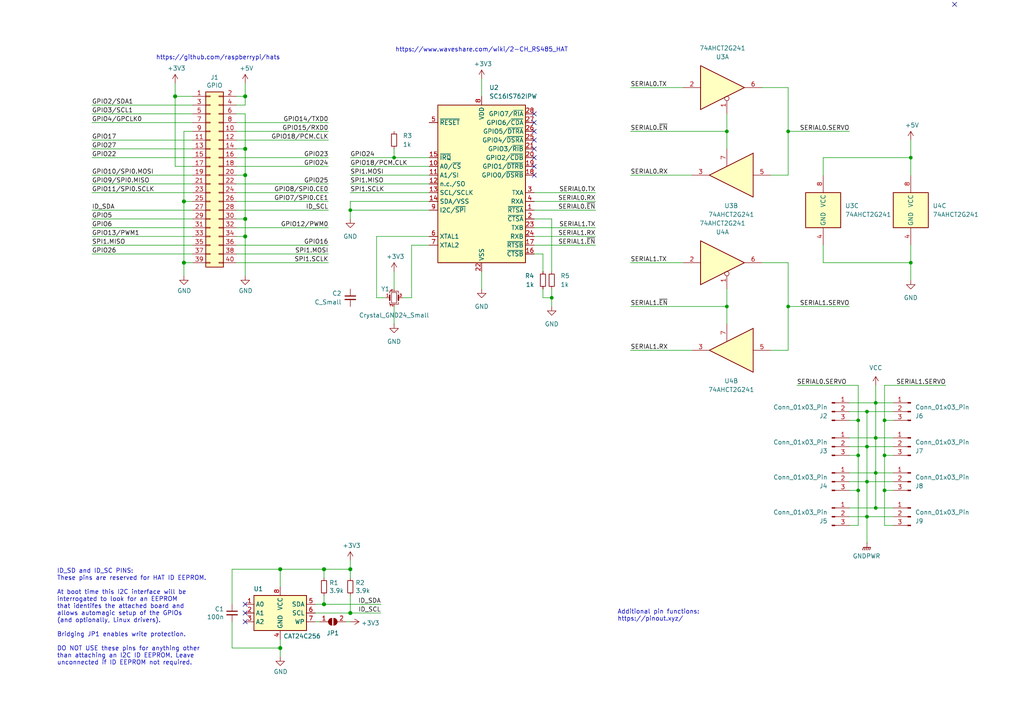
<source format=kicad_sch>
(kicad_sch (version 20250114) (generator "eeschema") (generator_version "9.0")
  (paper "A4")
  (title_block (date "15 nov 2012"))
  (lib_symbols
    (symbol "74xGxx:74AUC2G241"
      (property "Reference" "U" (at -2.54 3.81 0))
      (property "Value" "74AUC2G241" (at 0 -3.81 0))
      (symbol "74AUC2G241_1_1"
        (polyline (pts (xy -7.62 6.35) (xy -7.62 -6.35) (xy 5.08 0) (xy -7.62 6.35)) (stroke (width 0.254)) (fill (type background)))
        (pin input line (at -12.7 0 0) (length 5.08) (name "~") (number "2"))
        (pin input inverted (at 0 7.62 270) (length 5.08) (name "~") (number "1"))
        (pin tri_state line (at 10.16 0 180) (length 5.08) (name "~") (number "6"))
      )
      (symbol "74AUC2G241_2_1"
        (polyline (pts (xy -7.62 6.35) (xy -7.62 -6.35) (xy 5.08 0) (xy -7.62 6.35)) (stroke (width 0.254)) (fill (type background)))
        (pin input line (at -12.7 0 0) (length 5.08) (name "~") (number "5"))
        (pin input line (at 0 7.62 270) (length 5.08) (name "~") (number "7"))
        (pin tri_state line (at 10.16 0 180) (length 5.08) (name "~") (number "3"))
      )
      (symbol "74AUC2G241_3_0"
        (rectangle (start -5.08 -5.08) (end 5.08 5.08) (stroke (width 0.254)) (fill (type background)))
      )
      (symbol "74AUC2G241_3_1"
        (pin power_in line (at 0 10.16 270) (length 5.08) (name "VCC") (number "8"))
        (pin power_in line (at 0 -10.16 90) (length 5.08) (name "GND") (number "4"))
      )
    )
    (symbol "Connector:Conn_01x03_Pin" (pin_names (offset 1.016) (hide yes))
      (property "Reference" "J" (at 0 5.08 0))
      (property "Value" "Conn_01x03_Pin" (at 0 -5.08 0))
      (symbol "Conn_01x03_Pin_1_1"
        (rectangle (start 0.8636 2.667) (end 0 2.413) (stroke (width 0.1524)) (fill (type outline)))
        (rectangle (start 0.8636 0.127) (end 0 -0.127) (stroke (width 0.1524)) (fill (type outline)))
        (rectangle (start 0.8636 -2.413) (end 0 -2.667) (stroke (width 0.1524)) (fill (type outline)))
        (polyline (pts (xy 1.27 2.54) (xy 0.8636 2.54)) (stroke (width 0.1524)))
        (polyline (pts (xy 1.27 0) (xy 0.8636 0)) (stroke (width 0.1524)))
        (polyline (pts (xy 1.27 -2.54) (xy 0.8636 -2.54)) (stroke (width 0.1524)))
        (pin passive line (at 5.08 2.54 180) (length 3.81) (name "Pin_1") (number "1"))
        (pin passive line (at 5.08 0 180) (length 3.81) (name "Pin_2") (number "2"))
        (pin passive line (at 5.08 -2.54 180) (length 3.81) (name "Pin_3") (number "3"))
      )
    )
    (symbol "Connector_Generic:Conn_02x20_Odd_Even" (pin_names (offset 1.016) (hide yes))
      (property "Reference" "J" (at 1.27 25.4 0))
      (property "Value" "Conn_02x20_Odd_Even" (at 1.27 -27.94 0))
      (symbol "Conn_02x20_Odd_Even_1_1"
        (rectangle (start -1.27 24.13) (end 3.81 -26.67) (stroke (width 0.254)) (fill (type background)))
        (rectangle (start -1.27 22.987) (end 0 22.733) (stroke (width 0.1524)))
        (rectangle (start -1.27 20.447) (end 0 20.193) (stroke (width 0.1524)))
        (rectangle (start -1.27 17.907) (end 0 17.653) (stroke (width 0.1524)))
        (rectangle (start -1.27 15.367) (end 0 15.113) (stroke (width 0.1524)))
        (rectangle (start -1.27 12.827) (end 0 12.573) (stroke (width 0.1524)))
        (rectangle (start -1.27 10.287) (end 0 10.033) (stroke (width 0.1524)))
        (rectangle (start -1.27 7.747) (end 0 7.493) (stroke (width 0.1524)))
        (rectangle (start -1.27 5.207) (end 0 4.953) (stroke (width 0.1524)))
        (rectangle (start -1.27 2.667) (end 0 2.413) (stroke (width 0.1524)))
        (rectangle (start -1.27 0.127) (end 0 -0.127) (stroke (width 0.1524)))
        (rectangle (start -1.27 -2.413) (end 0 -2.667) (stroke (width 0.1524)))
        (rectangle (start -1.27 -4.953) (end 0 -5.207) (stroke (width 0.1524)))
        (rectangle (start -1.27 -7.493) (end 0 -7.747) (stroke (width 0.1524)))
        (rectangle (start -1.27 -10.033) (end 0 -10.287) (stroke (width 0.1524)))
        (rectangle (start -1.27 -12.573) (end 0 -12.827) (stroke (width 0.1524)))
        (rectangle (start -1.27 -15.113) (end 0 -15.367) (stroke (width 0.1524)))
        (rectangle (start -1.27 -17.653) (end 0 -17.907) (stroke (width 0.1524)))
        (rectangle (start -1.27 -20.193) (end 0 -20.447) (stroke (width 0.1524)))
        (rectangle (start -1.27 -22.733) (end 0 -22.987) (stroke (width 0.1524)))
        (rectangle (start -1.27 -25.273) (end 0 -25.527) (stroke (width 0.1524)))
        (rectangle (start 3.81 22.987) (end 2.54 22.733) (stroke (width 0.1524)))
        (rectangle (start 3.81 20.447) (end 2.54 20.193) (stroke (width 0.1524)))
        (rectangle (start 3.81 17.907) (end 2.54 17.653) (stroke (width 0.1524)))
        (rectangle (start 3.81 15.367) (end 2.54 15.113) (stroke (width 0.1524)))
        (rectangle (start 3.81 12.827) (end 2.54 12.573) (stroke (width 0.1524)))
        (rectangle (start 3.81 10.287) (end 2.54 10.033) (stroke (width 0.1524)))
        (rectangle (start 3.81 7.747) (end 2.54 7.493) (stroke (width 0.1524)))
        (rectangle (start 3.81 5.207) (end 2.54 4.953) (stroke (width 0.1524)))
        (rectangle (start 3.81 2.667) (end 2.54 2.413) (stroke (width 0.1524)))
        (rectangle (start 3.81 0.127) (end 2.54 -0.127) (stroke (width 0.1524)))
        (rectangle (start 3.81 -2.413) (end 2.54 -2.667) (stroke (width 0.1524)))
        (rectangle (start 3.81 -4.953) (end 2.54 -5.207) (stroke (width 0.1524)))
        (rectangle (start 3.81 -7.493) (end 2.54 -7.747) (stroke (width 0.1524)))
        (rectangle (start 3.81 -10.033) (end 2.54 -10.287) (stroke (width 0.1524)))
        (rectangle (start 3.81 -12.573) (end 2.54 -12.827) (stroke (width 0.1524)))
        (rectangle (start 3.81 -15.113) (end 2.54 -15.367) (stroke (width 0.1524)))
        (rectangle (start 3.81 -17.653) (end 2.54 -17.907) (stroke (width 0.1524)))
        (rectangle (start 3.81 -20.193) (end 2.54 -20.447) (stroke (width 0.1524)))
        (rectangle (start 3.81 -22.733) (end 2.54 -22.987) (stroke (width 0.1524)))
        (rectangle (start 3.81 -25.273) (end 2.54 -25.527) (stroke (width 0.1524)))
        (pin passive line (at -5.08 22.86 0) (length 3.81) (name "Pin_1") (number "1"))
        (pin passive line (at -5.08 20.32 0) (length 3.81) (name "Pin_3") (number "3"))
        (pin passive line (at -5.08 17.78 0) (length 3.81) (name "Pin_5") (number "5"))
        (pin passive line (at -5.08 15.24 0) (length 3.81) (name "Pin_7") (number "7"))
        (pin passive line (at -5.08 12.7 0) (length 3.81) (name "Pin_9") (number "9"))
        (pin passive line (at -5.08 10.16 0) (length 3.81) (name "Pin_11") (number "11"))
        (pin passive line (at -5.08 7.62 0) (length 3.81) (name "Pin_13") (number "13"))
        (pin passive line (at -5.08 5.08 0) (length 3.81) (name "Pin_15") (number "15"))
        (pin passive line (at -5.08 2.54 0) (length 3.81) (name "Pin_17") (number "17"))
        (pin passive line (at -5.08 0 0) (length 3.81) (name "Pin_19") (number "19"))
        (pin passive line (at -5.08 -2.54 0) (length 3.81) (name "Pin_21") (number "21"))
        (pin passive line (at -5.08 -5.08 0) (length 3.81) (name "Pin_23") (number "23"))
        (pin passive line (at -5.08 -7.62 0) (length 3.81) (name "Pin_25") (number "25"))
        (pin passive line (at -5.08 -10.16 0) (length 3.81) (name "Pin_27") (number "27"))
        (pin passive line (at -5.08 -12.7 0) (length 3.81) (name "Pin_29") (number "29"))
        (pin passive line (at -5.08 -15.24 0) (length 3.81) (name "Pin_31") (number "31"))
        (pin passive line (at -5.08 -17.78 0) (length 3.81) (name "Pin_33") (number "33"))
        (pin passive line (at -5.08 -20.32 0) (length 3.81) (name "Pin_35") (number "35"))
        (pin passive line (at -5.08 -22.86 0) (length 3.81) (name "Pin_37") (number "37"))
        (pin passive line (at -5.08 -25.4 0) (length 3.81) (name "Pin_39") (number "39"))
        (pin passive line (at 7.62 22.86 180) (length 3.81) (name "Pin_2") (number "2"))
        (pin passive line (at 7.62 20.32 180) (length 3.81) (name "Pin_4") (number "4"))
        (pin passive line (at 7.62 17.78 180) (length 3.81) (name "Pin_6") (number "6"))
        (pin passive line (at 7.62 15.24 180) (length 3.81) (name "Pin_8") (number "8"))
        (pin passive line (at 7.62 12.7 180) (length 3.81) (name "Pin_10") (number "10"))
        (pin passive line (at 7.62 10.16 180) (length 3.81) (name "Pin_12") (number "12"))
        (pin passive line (at 7.62 7.62 180) (length 3.81) (name "Pin_14") (number "14"))
        (pin passive line (at 7.62 5.08 180) (length 3.81) (name "Pin_16") (number "16"))
        (pin passive line (at 7.62 2.54 180) (length 3.81) (name "Pin_18") (number "18"))
        (pin passive line (at 7.62 0 180) (length 3.81) (name "Pin_20") (number "20"))
        (pin passive line (at 7.62 -2.54 180) (length 3.81) (name "Pin_22") (number "22"))
        (pin passive line (at 7.62 -5.08 180) (length 3.81) (name "Pin_24") (number "24"))
        (pin passive line (at 7.62 -7.62 180) (length 3.81) (name "Pin_26") (number "26"))
        (pin passive line (at 7.62 -10.16 180) (length 3.81) (name "Pin_28") (number "28"))
        (pin passive line (at 7.62 -12.7 180) (length 3.81) (name "Pin_30") (number "30"))
        (pin passive line (at 7.62 -15.24 180) (length 3.81) (name "Pin_32") (number "32"))
        (pin passive line (at 7.62 -17.78 180) (length 3.81) (name "Pin_34") (number "34"))
        (pin passive line (at 7.62 -20.32 180) (length 3.81) (name "Pin_36") (number "36"))
        (pin passive line (at 7.62 -22.86 180) (length 3.81) (name "Pin_38") (number "38"))
        (pin passive line (at 7.62 -25.4 180) (length 3.81) (name "Pin_40") (number "40"))
      )
    )
    (symbol "Device:C_Small" (pin_numbers (hide yes)) (pin_names (offset 0.254) (hide yes))
      (property "Reference" "C" (at 0.254 1.778 0))
      (property "Value" "C_Small" (at 0.254 -2.032 0))
      (symbol "C_Small_0_1"
        (polyline (pts (xy -1.524 0.508) (xy 1.524 0.508)) (stroke (width 0.3048)))
        (polyline (pts (xy -1.524 -0.508) (xy 1.524 -0.508)) (stroke (width 0.3302)))
      )
      (symbol "C_Small_1_1"
        (pin passive line (at 0 2.54 270) (length 2.032) (name "~") (number "1"))
        (pin passive line (at 0 -2.54 90) (length 2.032) (name "~") (number "2"))
      )
    )
    (symbol "Device:Crystal_GND24_Small" (pin_names (offset 1.016) (hide yes))
      (property "Reference" "Y" (at 1.27 4.445 0))
      (property "Value" "Crystal_GND24_Small" (at 1.27 2.54 0))
      (symbol "Crystal_GND24_Small_0_1"
        (polyline (pts (xy -1.27 1.27) (xy -1.27 1.905) (xy 1.27 1.905) (xy 1.27 1.27)))
        (polyline (pts (xy -1.27 -0.762) (xy -1.27 0.762)) (stroke (width 0.381)))
        (polyline (pts (xy -1.27 -1.27) (xy -1.27 -1.905) (xy 1.27 -1.905) (xy 1.27 -1.27)))
        (rectangle (start -0.762 -1.524) (end 0.762 1.524))
        (polyline (pts (xy 1.27 -0.762) (xy 1.27 0.762)) (stroke (width 0.381)))
      )
      (symbol "Crystal_GND24_Small_1_1"
        (pin passive line (at -2.54 0 0) (length 1.27) (name "1") (number "1"))
        (pin passive line (at 0 2.54 270) (length 0.635) (name "4") (number "4"))
        (pin passive line (at 0 -2.54 90) (length 0.635) (name "2") (number "2"))
        (pin passive line (at 2.54 0 180) (length 1.27) (name "3") (number "3"))
      )
    )
    (symbol "Device:R_Small" (pin_numbers (hide yes)) (pin_names (offset 0.254) (hide yes))
      (property "Reference" "R" (at 0.762 0.508 0))
      (property "Value" "R_Small" (at 0.762 -1.016 0))
      (symbol "R_Small_0_1"
        (rectangle (start -0.762 1.778) (end 0.762 -1.778) (stroke (width 0.2032)))
      )
      (symbol "R_Small_1_1"
        (pin passive line (at 0 2.54 270) (length 0.762) (name "~") (number "1"))
        (pin passive line (at 0 -2.54 90) (length 0.762) (name "~") (number "2"))
      )
    )
    (symbol "GND_1" (power) (pin_numbers (hide yes)) (pin_names (offset 0) (hide yes))
      (property "Value" "GND" (at 0 -3.81 0))
      (symbol "GND_1_0_1"
        (polyline (pts (xy 0 0) (xy 0 -1.27) (xy 1.27 -1.27) (xy 0 -2.54) (xy -1.27 -1.27) (xy 0 -1.27)))
      )
      (symbol "GND_1_1_1"
        (pin power_in line (at 0 0 270) (length 0) (name "~") (number "1"))
      )
    )
    (symbol "Interface_UART:SC16IS762IPW"
      (property "Reference" "U" (at -11.43 24.13 0))
      (property "Value" "SC16IS762IPW" (at 7.62 24.13 0))
      (symbol "SC16IS762IPW_0_1"
        (rectangle (start -12.7 22.86) (end 12.7 -22.86) (stroke (width 0.254)) (fill (type background)))
      )
      (symbol "SC16IS762IPW_1_1"
        (pin input line (at -15.24 17.78 0) (length 2.54) (name "~{RESET}") (number "5"))
        (pin open_collector line (at -15.24 7.62 0) (length 2.54) (name "~{IRQ}") (number "15"))
        (pin input line (at -15.24 5.08 0) (length 2.54) (name "A0/~{CS}") (number "10"))
        (pin input line (at -15.24 2.54 0) (length 2.54) (name "A1/SI") (number "11"))
        (pin output line (at -15.24 0 0) (length 2.54) (name "n.c./SO") (number "12"))
        (pin input line (at -15.24 -2.54 0) (length 2.54) (name "SCL/SCLK") (number "13"))
        (pin bidirectional line (at -15.24 -5.08 0) (length 2.54) (name "SDA/VSS") (number "14"))
        (pin input line (at -15.24 -7.62 0) (length 2.54) (name "I2C/~{SPI}") (number "9"))
        (pin input line (at -15.24 -15.24 0) (length 2.54) (name "XTAL1") (number "6"))
        (pin output line (at -15.24 -17.78 0) (length 2.54) (name "XTAL2") (number "7"))
        (pin power_in line (at 0 25.4 270) (length 2.54) (name "VDD") (number "8"))
        (pin power_in line (at 0 -25.4 90) (length 2.54) (name "VSS") (number "22"))
        (pin bidirectional line (at 15.24 20.32 180) (length 2.54) (name "GPIO7/~{RIA}") (number "28"))
        (pin bidirectional line (at 15.24 17.78 180) (length 2.54) (name "GPIO6/~{CDA}") (number "27"))
        (pin bidirectional line (at 15.24 15.24 180) (length 2.54) (name "GPIO5/~{DTRA}") (number "26"))
        (pin bidirectional line (at 15.24 12.7 180) (length 2.54) (name "GPIO4/~{DSRA}") (number "25"))
        (pin bidirectional line (at 15.24 10.16 180) (length 2.54) (name "GPIO3/~{RIB}") (number "21"))
        (pin bidirectional line (at 15.24 7.62 180) (length 2.54) (name "GPIO2/~{CDB}") (number "20"))
        (pin bidirectional line (at 15.24 5.08 180) (length 2.54) (name "GPIO1/~{DTRB}") (number "19"))
        (pin bidirectional line (at 15.24 2.54 180) (length 2.54) (name "GPIO0/~{DSRB}") (number "18"))
        (pin output line (at 15.24 -2.54 180) (length 2.54) (name "TXA") (number "3"))
        (pin input line (at 15.24 -5.08 180) (length 2.54) (name "RXA") (number "4"))
        (pin output line (at 15.24 -7.62 180) (length 2.54) (name "~{RTSA}") (number "1"))
        (pin input line (at 15.24 -10.16 180) (length 2.54) (name "~{CTSA}") (number "2"))
        (pin output line (at 15.24 -12.7 180) (length 2.54) (name "TXB") (number "23"))
        (pin input line (at 15.24 -15.24 180) (length 2.54) (name "RXB") (number "24"))
        (pin output line (at 15.24 -17.78 180) (length 2.54) (name "~{RTSB}") (number "17"))
        (pin input line (at 15.24 -20.32 180) (length 2.54) (name "~{CTSB}") (number "16"))
      )
    )
    (symbol "Jumper:SolderJumper_2_Open" (pin_names (offset 0) (hide yes))
      (property "Reference" "JP" (at 0 2.032 0))
      (property "Value" "SolderJumper_2_Open" (at 0 -2.54 0))
      (symbol "SolderJumper_2_Open_0_1"
        (polyline (pts (xy -0.254 1.016) (xy -0.254 -1.016)))
        (arc (start -0.254 -1.016) (mid -1.2656 0) (end -0.254 1.016))
        (arc (start -0.254 -1.016) (mid -1.2656 0) (end -0.254 1.016) (fill (type outline)))
        (arc (start 0.254 1.016) (mid 1.2656 0) (end 0.254 -1.016))
        (arc (start 0.254 1.016) (mid 1.2656 0) (end 0.254 -1.016) (fill (type outline)))
        (polyline (pts (xy 0.254 1.016) (xy 0.254 -1.016)))
      )
      (symbol "SolderJumper_2_Open_1_1"
        (pin passive line (at -3.81 0 0) (length 2.54) (name "A") (number "1"))
        (pin passive line (at 3.81 0 180) (length 2.54) (name "B") (number "2"))
      )
    )
    (symbol "Memory_EEPROM:CAT24C256"
      (property "Reference" "U" (at -6.35 6.35 0))
      (property "Value" "CAT24C256" (at 1.27 6.35 0))
      (symbol "CAT24C256_1_1"
        (rectangle (start -7.62 5.08) (end 7.62 -5.08) (stroke (width 0.254)) (fill (type background)))
        (pin input line (at -10.16 2.54 0) (length 2.54) (name "A0") (number "1"))
        (pin input line (at -10.16 0 0) (length 2.54) (name "A1") (number "2"))
        (pin input line (at -10.16 -2.54 0) (length 2.54) (name "A2") (number "3"))
        (pin power_in line (at 0 7.62 270) (length 2.54) (name "VCC") (number "8"))
        (pin power_in line (at 0 -7.62 90) (length 2.54) (name "GND") (number "4"))
        (pin bidirectional line (at 10.16 2.54 180) (length 2.54) (name "SDA") (number "5"))
        (pin input line (at 10.16 0 180) (length 2.54) (name "SCL") (number "6"))
        (pin input line (at 10.16 -2.54 180) (length 2.54) (name "WP") (number "7"))
      )
    )
    (symbol "power:+3.3V" (power) (pin_names (offset 0))
      (property "Value" "+3.3V" (at 0 3.556 0))
      (symbol "+3.3V_0_1"
        (polyline (pts (xy -0.762 1.27) (xy 0 2.54)))
        (polyline (pts (xy 0 2.54) (xy 0.762 1.27)))
        (polyline (pts (xy 0 0) (xy 0 2.54)))
      )
      (symbol "+3.3V_1_1"
        (pin power_in line (at 0 0 90) (length 0) (hide yes) (name "+3V3") (number "1"))
      )
    )
    (symbol "power:+5V" (power) (pin_names (offset 0))
      (property "Value" "+5V" (at 0 3.556 0))
      (symbol "+5V_0_1"
        (polyline (pts (xy -0.762 1.27) (xy 0 2.54)))
        (polyline (pts (xy 0 2.54) (xy 0.762 1.27)))
        (polyline (pts (xy 0 0) (xy 0 2.54)))
      )
      (symbol "+5V_1_1"
        (pin power_in line (at 0 0 90) (length 0) (hide yes) (name "+5V") (number "1"))
      )
    )
    (symbol "power:GND" (power) (pin_names (offset 0))
      (property "Value" "GND" (at 0 -3.81 0))
      (symbol "GND_0_1"
        (polyline (pts (xy 0 0) (xy 0 -1.27) (xy 1.27 -1.27) (xy 0 -2.54) (xy -1.27 -1.27) (xy 0 -1.27)))
      )
      (symbol "GND_1_1"
        (pin power_in line (at 0 0 270) (length 0) (hide yes) (name "GND") (number "1"))
      )
    )
    (symbol "power:GNDPWR" (power) (pin_numbers (hide yes)) (pin_names (offset 0) (hide yes))
      (property "Value" "GNDPWR" (at 0 -3.302 0))
      (symbol "GNDPWR_0_1"
        (polyline (pts (xy -1.016 -1.27) (xy -1.27 -2.032) (xy -1.27 -2.032)) (stroke (width 0.2032)))
        (polyline (pts (xy -0.508 -1.27) (xy -0.762 -2.032) (xy -0.762 -2.032)) (stroke (width 0.2032)))
        (polyline (pts (xy 0 -1.27) (xy 0 0)))
        (polyline (pts (xy 0 -1.27) (xy -0.254 -2.032) (xy -0.254 -2.032)) (stroke (width 0.2032)))
        (polyline (pts (xy 0.508 -1.27) (xy 0.254 -2.032) (xy 0.254 -2.032)) (stroke (width 0.2032)))
        (polyline (pts (xy 1.016 -1.27) (xy -1.016 -1.27) (xy -1.016 -1.27)) (stroke (width 0.2032)))
        (polyline (pts (xy 1.016 -1.27) (xy 0.762 -2.032) (xy 0.762 -2.032) (xy 0.762 -2.032)) (stroke (width 0.2032)))
      )
      (symbol "GNDPWR_1_1"
        (pin power_in line (at 0 0 270) (length 0) (name "~") (number "1"))
      )
    )
    (symbol "power:VCC" (power) (pin_numbers (hide yes)) (pin_names (offset 0) (hide yes))
      (property "Value" "VCC" (at 0 3.556 0))
      (symbol "VCC_0_1"
        (polyline (pts (xy -0.762 1.27) (xy 0 2.54)))
        (polyline (pts (xy 0 2.54) (xy 0.762 1.27)))
        (polyline (pts (xy 0 0) (xy 0 2.54)))
      )
      (symbol "VCC_1_1"
        (pin power_in line (at 0 0 90) (length 0) (name "~") (number "1"))
      )
    )
  )
  (text "https://www.waveshare.com/wiki/2-CH_RS485_HAT" (at 139.7 15.24 0) (effects (font (size 1.27 1.27)) (justify bottom)))
  (text "ID_SD and ID_SC PINS:\nThese pins are reserved for HAT ID EEPROM.\n\nAt boot time this I2C interface will be\ninterrogated to look for an EEPROM\nthat identifes the attached board and\nallows automagic setup of the GPIOs\n(and optionally, Linux drivers).\n\nBridging JP1 enables write protection.\n\nDO NOT USE these pins for anything other\nthan attaching an I2C ID EEPROM. Leave\nunconnected if ID EEPROM not required." (at 16.51 193.04 0) (effects (font (size 1.27 1.27)) (justify left bottom)))
  (text "https://github.com/raspberrypi/hats" (exclude_from_sim yes) (at 63.246 17.526 0) (effects (font (size 1.27 1.27)) (justify bottom)))
  (text "Additional pin functions:\nhttps://pinout.xyz/" (at 179.07 180.34 0) (effects (font (size 1.27 1.27)) (justify left bottom)))
  (junction (at 254 147.32))
  (junction (at 228.6 38.1))
  (junction (at 71.12 63.5) (diameter 1.016))
  (junction (at 101.6 165.1) (diameter 1.016))
  (junction (at 50.8 27.94) (diameter 1.016))
  (junction (at 71.12 68.58) (diameter 1.016))
  (junction (at 93.98 175.26) (diameter 1.016))
  (junction (at 256.54 142.24))
  (junction (at 264.16 76.2))
  (junction (at 248.92 142.24))
  (junction (at 248.92 121.92))
  (junction (at 228.6 88.9))
  (junction (at 248.92 132.08))
  (junction (at 53.34 58.42) (diameter 1.016))
  (junction (at 264.16 45.72))
  (junction (at 160.02 86.36))
  (junction (at 256.54 121.92))
  (junction (at 114.3 45.72))
  (junction (at 101.6 60.96))
  (junction (at 71.12 50.8) (diameter 1.016))
  (junction (at 71.12 43.18) (diameter 1.016))
  (junction (at 93.98 165.1) (diameter 1.016))
  (junction (at 251.46 129.54))
  (junction (at 251.46 119.38))
  (junction (at 256.54 132.08))
  (junction (at 254 127))
  (junction (at 81.28 187.96) (diameter 1.016))
  (junction (at 210.82 38.1))
  (junction (at 210.82 88.9))
  (junction (at 254 137.16))
  (junction (at 251.46 139.7))
  (junction (at 81.28 165.1) (diameter 1.016))
  (junction (at 251.46 149.86))
  (junction (at 254 116.84))
  (junction (at 53.34 76.2) (diameter 1.016))
  (junction (at 71.12 27.94) (diameter 1.016))
  (junction (at 101.6 177.8) (diameter 1.016))
  (no_connect (at 71.12 175.26))
  (no_connect (at 71.12 177.8))
  (no_connect (at 71.12 180.34))
  (no_connect (at 154.94 45.72))
  (no_connect (at 154.94 35.56))
  (no_connect (at 154.94 38.1))
  (no_connect (at 154.94 50.8))
  (no_connect (at 154.94 40.64))
  (no_connect (at 276.86 1.27))
  (no_connect (at 154.94 43.18))
  (no_connect (at 154.94 33.02))
  (no_connect (at 154.94 48.26))
  (wire (pts (xy 53.34 58.42) (xy 53.34 76.2)))
  (wire (pts (xy 68.58 58.42) (xy 95.25 58.42)))
  (wire (pts (xy 154.94 71.12) (xy 172.72 71.12)))
  (wire (pts (xy 55.88 40.64) (xy 26.67 40.64)))
  (wire (pts (xy 81.28 165.1) (xy 93.98 165.1)))
  (wire (pts (xy 101.6 165.1) (xy 93.98 165.1)))
  (wire (pts (xy 101.6 167.64) (xy 101.6 165.1)))
  (wire (pts (xy 248.92 132.08) (xy 248.92 121.92)))
  (wire (pts (xy 71.12 33.02) (xy 71.12 43.18)))
  (wire (pts (xy 228.6 38.1) (xy 228.6 50.8)))
  (wire (pts (xy 256.54 142.24) (xy 259.08 142.24)))
  (wire (pts (xy 116.84 86.36) (xy 119.38 86.36)))
  (wire (pts (xy 71.12 50.8) (xy 68.58 50.8)))
  (wire (pts (xy 157.48 73.66) (xy 157.48 78.74)))
  (wire (pts (xy 246.38 142.24) (xy 248.92 142.24)))
  (wire (pts (xy 71.12 63.5) (xy 71.12 68.58)))
  (wire (pts (xy 228.6 88.9) (xy 228.6 101.6)))
  (wire (pts (xy 248.92 121.92) (xy 246.38 121.92)))
  (wire (pts (xy 109.22 86.36) (xy 111.76 86.36)))
  (wire (pts (xy 160.02 86.36) (xy 160.02 88.9)))
  (wire (pts (xy 254 127) (xy 259.08 127)))
  (wire (pts (xy 71.12 50.8) (xy 71.12 63.5)))
  (wire (pts (xy 109.22 68.58) (xy 109.22 86.36)))
  (wire (pts (xy 68.58 35.56) (xy 95.25 35.56)))
  (wire (pts (xy 256.54 132.08) (xy 256.54 121.92)))
  (wire (pts (xy 154.94 73.66) (xy 157.48 73.66)))
  (wire (pts (xy 256.54 132.08) (xy 259.08 132.08)))
  (wire (pts (xy 53.34 38.1) (xy 53.34 58.42)))
  (wire (pts (xy 254 137.16) (xy 259.08 137.16)))
  (wire (pts (xy 91.44 175.26) (xy 93.98 175.26)))
  (wire (pts (xy 93.98 175.26) (xy 110.49 175.26)))
  (wire (pts (xy 101.6 58.42) (xy 101.6 60.96)))
  (wire (pts (xy 182.88 25.4) (xy 198.12 25.4)))
  (wire (pts (xy 256.54 121.92) (xy 256.54 111.76)))
  (wire (pts (xy 139.7 78.74) (xy 139.7 83.82)))
  (wire (pts (xy 53.34 38.1) (xy 55.88 38.1)))
  (wire (pts (xy 228.6 38.1) (xy 246.38 38.1)))
  (wire (pts (xy 91.44 180.34) (xy 92.71 180.34)))
  (wire (pts (xy 100.33 180.34) (xy 101.6 180.34)))
  (wire (pts (xy 68.58 55.88) (xy 95.25 55.88)))
  (wire (pts (xy 114.3 78.74) (xy 114.3 83.82)))
  (wire (pts (xy 55.88 60.96) (xy 26.67 60.96)))
  (wire (pts (xy 246.38 139.7) (xy 251.46 139.7)))
  (wire (pts (xy 101.6 60.96) (xy 124.46 60.96)))
  (wire (pts (xy 256.54 142.24) (xy 256.54 132.08)))
  (wire (pts (xy 26.67 63.5) (xy 55.88 63.5)))
  (wire (pts (xy 251.46 149.86) (xy 251.46 157.48)))
  (wire (pts (xy 160.02 63.5) (xy 160.02 78.74)))
  (wire (pts (xy 259.08 152.4) (xy 256.54 152.4)))
  (wire (pts (xy 251.46 119.38) (xy 251.46 129.54)))
  (wire (pts (xy 53.34 58.42) (xy 55.88 58.42)))
  (wire (pts (xy 101.6 162.56) (xy 101.6 165.1)))
  (wire (pts (xy 157.48 83.82) (xy 157.48 86.36)))
  (wire (pts (xy 256.54 152.4) (xy 256.54 142.24)))
  (wire (pts (xy 68.58 45.72) (xy 95.25 45.72)))
  (wire (pts (xy 81.28 165.1) (xy 81.28 170.18)))
  (wire (pts (xy 101.6 55.88) (xy 124.46 55.88)))
  (wire (pts (xy 182.88 50.8) (xy 200.66 50.8)))
  (wire (pts (xy 264.16 40.64) (xy 264.16 45.72)))
  (wire (pts (xy 182.88 38.1) (xy 210.82 38.1)))
  (wire (pts (xy 251.46 139.7) (xy 251.46 149.86)))
  (wire (pts (xy 68.58 76.2) (xy 95.25 76.2)))
  (wire (pts (xy 53.34 76.2) (xy 53.34 80.01)))
  (wire (pts (xy 26.67 43.18) (xy 55.88 43.18)))
  (wire (pts (xy 101.6 172.72) (xy 101.6 177.8)))
  (wire (pts (xy 228.6 50.8) (xy 223.52 50.8)))
  (wire (pts (xy 154.94 66.04) (xy 172.72 66.04)))
  (wire (pts (xy 50.8 24.13) (xy 50.8 27.94)))
  (wire (pts (xy 101.6 48.26) (xy 124.46 48.26)))
  (wire (pts (xy 246.38 127) (xy 254 127)))
  (wire (pts (xy 238.76 45.72) (xy 264.16 45.72)))
  (wire (pts (xy 246.38 119.38) (xy 251.46 119.38)))
  (wire (pts (xy 71.12 68.58) (xy 68.58 68.58)))
  (wire (pts (xy 124.46 68.58) (xy 109.22 68.58)))
  (wire (pts (xy 26.67 33.02) (xy 55.88 33.02)))
  (wire (pts (xy 182.88 76.2) (xy 198.12 76.2)))
  (wire (pts (xy 228.6 76.2) (xy 228.6 88.9)))
  (wire (pts (xy 238.76 76.2) (xy 264.16 76.2)))
  (wire (pts (xy 101.6 60.96) (xy 101.6 63.5)))
  (wire (pts (xy 210.82 88.9) (xy 210.82 93.98)))
  (wire (pts (xy 246.38 147.32) (xy 254 147.32)))
  (wire (pts (xy 26.67 55.88) (xy 55.88 55.88)))
  (wire (pts (xy 248.92 142.24) (xy 248.92 132.08)))
  (wire (pts (xy 114.3 43.18) (xy 114.3 45.72)))
  (wire (pts (xy 228.6 88.9) (xy 246.38 88.9)))
  (wire (pts (xy 50.8 48.26) (xy 55.88 48.26)))
  (wire (pts (xy 254 111.76) (xy 254 116.84)))
  (wire (pts (xy 55.88 30.48) (xy 26.67 30.48)))
  (wire (pts (xy 71.12 27.94) (xy 71.12 30.48)))
  (wire (pts (xy 246.38 129.54) (xy 251.46 129.54)))
  (wire (pts (xy 101.6 50.8) (xy 124.46 50.8)))
  (wire (pts (xy 251.46 119.38) (xy 259.08 119.38)))
  (wire (pts (xy 71.12 43.18) (xy 71.12 50.8)))
  (wire (pts (xy 254 116.84) (xy 254 127)))
  (wire (pts (xy 251.46 139.7) (xy 259.08 139.7)))
  (wire (pts (xy 68.58 40.64) (xy 95.25 40.64)))
  (wire (pts (xy 182.88 88.9) (xy 210.82 88.9)))
  (wire (pts (xy 71.12 43.18) (xy 68.58 43.18)))
  (wire (pts (xy 114.3 88.9) (xy 114.3 93.98)))
  (wire (pts (xy 71.12 24.13) (xy 71.12 27.94)))
  (wire (pts (xy 256.54 111.76) (xy 274.32 111.76)))
  (wire (pts (xy 26.67 35.56) (xy 55.88 35.56)))
  (wire (pts (xy 254 147.32) (xy 259.08 147.32)))
  (wire (pts (xy 93.98 165.1) (xy 93.98 167.64)))
  (wire (pts (xy 71.12 27.94) (xy 68.58 27.94)))
  (wire (pts (xy 50.8 27.94) (xy 50.8 48.26)))
  (wire (pts (xy 68.58 48.26) (xy 95.25 48.26)))
  (wire (pts (xy 238.76 50.8) (xy 238.76 45.72)))
  (wire (pts (xy 68.58 38.1) (xy 95.25 38.1)))
  (wire (pts (xy 93.98 172.72) (xy 93.98 175.26)))
  (wire (pts (xy 91.44 177.8) (xy 101.6 177.8)))
  (wire (pts (xy 101.6 177.8) (xy 110.49 177.8)))
  (wire (pts (xy 26.67 45.72) (xy 55.88 45.72)))
  (wire (pts (xy 26.67 53.34) (xy 55.88 53.34)))
  (wire (pts (xy 220.98 76.2) (xy 228.6 76.2)))
  (wire (pts (xy 154.94 68.58) (xy 172.72 68.58)))
  (wire (pts (xy 139.7 22.86) (xy 139.7 27.94)))
  (wire (pts (xy 124.46 58.42) (xy 101.6 58.42)))
  (wire (pts (xy 210.82 33.02) (xy 210.82 38.1)))
  (wire (pts (xy 246.38 137.16) (xy 254 137.16)))
  (wire (pts (xy 251.46 129.54) (xy 259.08 129.54)))
  (wire (pts (xy 210.82 83.82) (xy 210.82 88.9)))
  (wire (pts (xy 26.67 66.04) (xy 55.88 66.04)))
  (wire (pts (xy 160.02 86.36) (xy 160.02 83.82)))
  (wire (pts (xy 264.16 76.2) (xy 264.16 71.12)))
  (wire (pts (xy 71.12 30.48) (xy 68.58 30.48)))
  (wire (pts (xy 246.38 152.4) (xy 248.92 152.4)))
  (wire (pts (xy 251.46 129.54) (xy 251.46 139.7)))
  (wire (pts (xy 246.38 116.84) (xy 254 116.84)))
  (wire (pts (xy 248.92 152.4) (xy 248.92 142.24)))
  (wire (pts (xy 26.67 71.12) (xy 55.88 71.12)))
  (wire (pts (xy 154.94 55.88) (xy 172.72 55.88)))
  (wire (pts (xy 68.58 71.12) (xy 95.25 71.12)))
  (wire (pts (xy 154.94 60.96) (xy 172.72 60.96)))
  (wire (pts (xy 238.76 71.12) (xy 238.76 76.2)))
  (wire (pts (xy 68.58 66.04) (xy 95.25 66.04)))
  (wire (pts (xy 53.34 76.2) (xy 55.88 76.2)))
  (wire (pts (xy 157.48 86.36) (xy 160.02 86.36)))
  (wire (pts (xy 68.58 73.66) (xy 95.25 73.66)))
  (wire (pts (xy 71.12 33.02) (xy 68.58 33.02)))
  (wire (pts (xy 256.54 121.92) (xy 259.08 121.92)))
  (wire (pts (xy 26.67 73.66) (xy 55.88 73.66)))
  (wire (pts (xy 264.16 76.2) (xy 264.16 81.28)))
  (wire (pts (xy 254 127) (xy 254 137.16)))
  (wire (pts (xy 251.46 149.86) (xy 259.08 149.86)))
  (wire (pts (xy 254 116.84) (xy 259.08 116.84)))
  (wire (pts (xy 67.31 165.1) (xy 67.31 175.26)))
  (wire (pts (xy 67.31 180.34) (xy 67.31 187.96)))
  (wire (pts (xy 67.31 187.96) (xy 81.28 187.96)))
  (wire (pts (xy 81.28 165.1) (xy 67.31 165.1)))
  (wire (pts (xy 124.46 71.12) (xy 119.38 71.12)))
  (wire (pts (xy 248.92 111.76) (xy 248.92 121.92)))
  (wire (pts (xy 154.94 63.5) (xy 160.02 63.5)))
  (wire (pts (xy 81.28 185.42) (xy 81.28 187.96)))
  (wire (pts (xy 81.28 187.96) (xy 81.28 190.5)))
  (wire (pts (xy 71.12 68.58) (xy 71.12 80.01)))
  (wire (pts (xy 68.58 53.34) (xy 95.25 53.34)))
  (wire (pts (xy 55.88 68.58) (xy 26.67 68.58)))
  (wire (pts (xy 228.6 101.6) (xy 223.52 101.6)))
  (wire (pts (xy 154.94 58.42) (xy 172.72 58.42)))
  (wire (pts (xy 101.6 53.34) (xy 124.46 53.34)))
  (wire (pts (xy 101.6 45.72) (xy 114.3 45.72)))
  (wire (pts (xy 71.12 63.5) (xy 68.58 63.5)))
  (wire (pts (xy 119.38 86.36) (xy 119.38 71.12)))
  (wire (pts (xy 246.38 132.08) (xy 248.92 132.08)))
  (wire (pts (xy 50.8 27.94) (xy 55.88 27.94)))
  (wire (pts (xy 220.98 25.4) (xy 228.6 25.4)))
  (wire (pts (xy 55.88 50.8) (xy 26.67 50.8)))
  (wire (pts (xy 114.3 45.72) (xy 124.46 45.72)))
  (wire (pts (xy 68.58 60.96) (xy 95.25 60.96)))
  (wire (pts (xy 210.82 38.1) (xy 210.82 43.18)))
  (wire (pts (xy 254 137.16) (xy 254 147.32)))
  (wire (pts (xy 228.6 25.4) (xy 228.6 38.1)))
  (wire (pts (xy 182.88 101.6) (xy 200.66 101.6)))
  (wire (pts (xy 264.16 45.72) (xy 264.16 50.8)))
  (wire (pts (xy 231.14 111.76) (xy 248.92 111.76)))
  (wire (pts (xy 246.38 149.86) (xy 251.46 149.86)))
  (label "ID_SDA" (at 26.67 60.96 0))
  (label "GPIO6" (at 26.67 66.04 0))
  (label "SERIAL1.SERVO" (at 246.38 88.9 180))
  (label "SERIAL1.TX" (at 172.72 66.04 180))
  (label "SERIAL0.~{EN}" (at 172.72 60.96 180))
  (label "ID_SDA" (at 110.49 175.26 180))
  (label "ID_SCL" (at 95.25 60.96 180))
  (label "GPIO5" (at 26.67 63.5 0))
  (label "SPI1.SCLK" (at 101.6 55.88 0))
  (label "SERIAL0.TX" (at 182.88 25.4 0))
  (label "SERIAL1.TX" (at 182.88 76.2 0))
  (label "SPI1.SCLK" (at 95.25 76.2 180))
  (label "SPI1.MISO" (at 26.67 71.12 0))
  (label "GPIO10{slash}SPI0.MOSI" (at 26.67 50.8 0))
  (label "SERIAL1.~{EN}" (at 172.72 71.12 180))
  (label "GPIO9{slash}SPI0.MISO" (at 26.67 53.34 0))
  (label "SERIAL0.RX" (at 182.88 50.8 0))
  (label "GPIO23" (at 95.25 45.72 180))
  (label "GPIO4{slash}GPCLK0" (at 26.67 35.56 0))
  (label "GPIO27" (at 26.67 43.18 0))
  (label "GPIO18{slash}PCM.CLK" (at 101.6 48.26 0))
  (label "GPIO26" (at 26.67 73.66 0))
  (label "GPIO14{slash}TXD0" (at 95.25 35.56 180))
  (label "GPIO8{slash}SPI0.CE0" (at 95.25 55.88 180))
  (label "GPIO15{slash}RXD0" (at 95.25 38.1 180))
  (label "GPIO16" (at 95.25 71.12 180))
  (label "SERIAL0.~{EN}" (at 182.88 38.1 0))
  (label "GPIO22" (at 26.67 45.72 0))
  (label "SERIAL1.SERVO" (at 274.32 111.76 180))
  (label "SERIAL0.SERVO" (at 231.14 111.76 0))
  (label "GPIO2{slash}SDA1" (at 26.67 30.48 0))
  (label "GPIO17" (at 26.67 40.64 0))
  (label "GPIO25" (at 95.25 53.34 180))
  (label "GPIO3{slash}SCL1" (at 26.67 33.02 0))
  (label "GPIO18{slash}PCM.CLK" (at 95.25 40.64 180))
  (label "GPIO12{slash}PWM0" (at 95.25 66.04 180))
  (label "GPIO13{slash}PWM1" (at 26.67 68.58 0))
  (label "SERIAL0.RX" (at 172.72 58.42 180))
  (label "SPI1.MOSI" (at 95.25 73.66 180))
  (label "GPIO24" (at 95.25 48.26 180))
  (label "GPIO7{slash}SPI0.CE1" (at 95.25 58.42 180))
  (label "GPIO24" (at 101.6 45.72 0))
  (label "SERIAL1.RX" (at 172.72 68.58 180))
  (label "ID_SCL" (at 110.49 177.8 180))
  (label "SPI1.MOSI" (at 101.6 50.8 0))
  (label "SERIAL1.~{EN}" (at 182.88 88.9 0))
  (label "SERIAL1.RX" (at 182.88 101.6 0))
  (label "SERIAL0.TX" (at 172.72 55.88 180))
  (label "GPIO11{slash}SPI0.SCLK" (at 26.67 55.88 0))
  (label "SPI1.MISO" (at 101.6 53.34 0))
  (label "SERIAL0.SERVO" (at 246.38 38.1 180))
  (symbol (lib_id "power:+5V") (at 71.12 24.13 0) (unit 1)
    (property "Reference" "#PWR01" (effects (hide yes)))
    (property "Value" "+5V" (at 71.4883 19.8056 0))
  )
  (symbol (lib_id "power:+3.3V") (at 50.8 24.13 0) (unit 1)
    (property "Reference" "#PWR04" (effects (hide yes)))
    (property "Value" "+3V3" (at 51.1683 19.8056 0))
  )
  (symbol (lib_id "power:GND") (at 71.12 80.01 0) (unit 1)
    (property "Reference" "#PWR02" (effects (hide yes)))
    (property "Value" "GND" (at 71.2343 84.3344 0))
  )
  (symbol (lib_id "power:GND") (at 53.34 80.01 0) (unit 1)
    (property "Reference" "#PWR03" (effects (hide yes)))
    (property "Value" "GND" (at 53.4543 84.3344 0))
  )
  (symbol (lib_id "Connector_Generic:Conn_02x20_Odd_Even") (at 60.96 50.8 0) (unit 1)
    (property "Reference" "J1" (at 62.23 22.4598 0))
    (property "Value" "GPIO" (at 62.23 24.765 0))
    (property "Footprint" "Connector_PinSocket_2.54mm:PinSocket_2x20_P2.54mm_Vertical" (effects (hide yes)))
  )
  (symbol (lib_id "Device:C_Small") (at 67.31 177.8 0) (unit 1)
    (property "Reference" "C1" (at 64.9858 176.6506 0) (effects (justify right)))
    (property "Value" "100n" (at 64.9858 178.9493 0) (effects (justify right)))
  )
  (symbol (lib_id "Connector:Conn_01x03_Pin") (at 241.3 119.38 0) (unit 1)
    (property "Reference" "J2" (at 240.03 120.6501 0) (effects (justify right)))
    (property "Value" "Conn_01x03_Pin" (at 240.03 118.1101 0) (effects (justify right)))
    (property "Description" "Generic connector, single row, 01x03, script generated" (effects (hide yes)))
  )
  (symbol (lib_id "power:VCC") (at 254 111.76 0) (unit 1)
    (property "Reference" "#PWR012" (effects (hide yes)))
    (property "Value" "VCC" (at 254 106.68 0))
    (property "Description" "Power symbol creates a global label with name \"VCC\"" (effects (hide yes)))
  )
  (symbol (lib_name "GND_1") (lib_id "power:GND") (at 160.02 88.9 0) (unit 1)
    (property "Reference" "#PWR07" (effects (hide yes)))
    (property "Value" "GND" (at 160.02 93.98 0))
    (property "Description" "Power symbol creates a global label with name \"GND\" , ground" (effects (hide yes)))
  )
  (symbol (lib_id "Device:R_Small") (at 93.98 170.18 0) (unit 1)
    (property "Reference" "R1" (at 95.4786 169.037 0) (effects (justify left)))
    (property "Value" "3.9k" (at 95.4787 171.3293 0) (effects (justify left)))
  )
  (symbol (lib_name "GND_1") (lib_id "power:GND") (at 139.7 83.82 0) (unit 1)
    (property "Reference" "#PWR06" (effects (hide yes)))
    (property "Value" "GND" (at 139.7 88.9 0))
    (property "Description" "Power symbol creates a global label with name \"GND\" , ground" (effects (hide yes)))
  )
  (symbol (lib_id "Device:R_Small") (at 160.02 81.28 0) (unit 1)
    (property "Reference" "R5" (at 162.56 80.0099 0) (effects (justify left)))
    (property "Value" "1k" (at 162.56 82.5499 0) (effects (justify left)))
    (property "Description" "Resistor, small symbol" (effects (hide yes)))
  )
  (symbol (lib_id "Jumper:SolderJumper_2_Open") (at 96.52 180.34 0) (unit 1)
    (property "Reference" "JP1" (at 96.52 183.623 0))
    (property "Value" "ID_WP" (effects (hide yes)))
  )
  (symbol (lib_id "74xGxx:74AUC2G241") (at 238.76 60.96 0) (mirror y) (unit 3)
    (property "Reference" "U3" (at 245.11 59.6899 0) (effects (justify right)))
    (property "Value" "74AHCT2G241" (at 245.11 62.2299 0) (effects (justify right)))
    (property "Footprint" "Package_SO:VSSOP-8_2.3x2mm_P0.5mm" (effects (hide yes)))
    (property "Datasheet" "https://assets.nexperia.com/documents/data-sheet/74AHC_AHCT2G241.pdf" (effects (hide yes)))
    (property "Description" "Dual Buffer/LineDriver Tri-State, TTL level input, Overvoltage tolerant inputs to 5.5 V" (effects (hide yes)))
  )
  (symbol (lib_id "Device:R_Small") (at 101.6 170.18 0) (unit 1)
    (property "Reference" "R2" (at 103.0986 169.037 0) (effects (justify left)))
    (property "Value" "3.9k" (at 103.0987 171.3293 0) (effects (justify left)))
  )
  (symbol (lib_id "Device:Crystal_GND24_Small") (at 114.3 86.36 0) (unit 1)
    (property "Reference" "Y1" (at 111.76 83.82 0))
    (property "Value" "Crystal_GND24_Small" (at 114.3 91.44 0))
    (property "Description" "Four pin crystal, GND on pins 2 and 4, small symbol" (effects (hide yes)))
  )
  (symbol (lib_id "power:+3.3V") (at 139.7 22.86 0) (unit 1)
    (property "Reference" "#PWR08" (effects (hide yes)))
    (property "Value" "+3V3" (at 140.0683 18.5356 0))
  )
  (symbol (lib_id "power:+3.3V") (at 101.6 162.56 0) (unit 1)
    (property "Reference" "#PWR0101" (effects (hide yes)))
    (property "Value" "+3V3" (at 101.9683 158.2356 0))
  )
  (symbol (lib_id "power:GNDPWR") (at 251.46 157.48 0) (unit 1)
    (property "Reference" "#PWR011" (effects (hide yes)))
    (property "Value" "GNDPWR" (at 251.333 161.29 0))
    (property "Description" "Power symbol creates a global label with name \"GNDPWR\" , global ground" (effects (hide yes)))
  )
  (symbol (lib_name "GND_1") (lib_id "power:GND") (at 114.3 93.98 0) (unit 1)
    (property "Reference" "#PWR014" (effects (hide yes)))
    (property "Value" "GND" (at 114.3 99.06 0))
    (property "Description" "Power symbol creates a global label with name \"GND\" , ground" (effects (hide yes)))
  )
  (symbol (lib_id "74xGxx:74AUC2G241") (at 264.16 60.96 0) (mirror y) (unit 3)
    (property "Reference" "U4" (at 270.51 59.6899 0) (effects (justify right)))
    (property "Value" "74AHCT2G241" (at 270.51 62.2299 0) (effects (justify right)))
    (property "Footprint" "Package_SO:VSSOP-8_2.3x2mm_P0.5mm" (effects (hide yes)))
    (property "Datasheet" "https://assets.nexperia.com/documents/data-sheet/74AHC_AHCT2G241.pdf" (effects (hide yes)))
    (property "Description" "Dual Buffer/LineDriver Tri-State, TTL level input, Overvoltage tolerant inputs to 5.5 V" (effects (hide yes)))
  )
  (symbol (lib_id "Connector:Conn_01x03_Pin") (at 264.16 149.86 0) (mirror y) (unit 1)
    (property "Reference" "J9" (at 265.43 151.1301 0) (effects (justify right)))
    (property "Value" "Conn_01x03_Pin" (at 265.43 148.5901 0) (effects (justify right)))
    (property "Description" "Generic connector, single row, 01x03, script generated" (effects (hide yes)))
  )
  (symbol (lib_id "Memory_EEPROM:CAT24C256") (at 81.28 177.8 0) (unit 1)
    (property "Reference" "U1" (at 74.93 170.7958 0))
    (property "Value" "CAT24C256" (at 87.63 184.5245 0))
    (property "Datasheet" "https://www.onsemi.cn/PowerSolutions/document/CAT24C256-D.PDF" (effects (hide yes)))
  )
  (symbol (lib_id "Connector:Conn_01x03_Pin") (at 264.16 129.54 0) (mirror y) (unit 1)
    (property "Reference" "J7" (at 265.43 130.8101 0) (effects (justify right)))
    (property "Value" "Conn_01x03_Pin" (at 265.43 128.2701 0) (effects (justify right)))
    (property "Description" "Generic connector, single row, 01x03, script generated" (effects (hide yes)))
  )
  (symbol (lib_id "Device:R_Small") (at 114.3 40.64 0) (unit 1)
    (property "Reference" "R3" (at 116.84 39.3699 0) (effects (justify left)))
    (property "Value" "1k" (at 116.84 41.9099 0) (effects (justify left)))
    (property "Description" "Resistor, small symbol" (effects (hide yes)))
  )
  (symbol (lib_id "Connector:Conn_01x03_Pin") (at 241.3 129.54 0) (unit 1)
    (property "Reference" "J3" (at 240.03 130.8101 0) (effects (justify right)))
    (property "Value" "Conn_01x03_Pin" (at 240.03 128.2701 0) (effects (justify right)))
    (property "Description" "Generic connector, single row, 01x03, script generated" (effects (hide yes)))
  )
  (symbol (lib_id "74xGxx:74AUC2G241") (at 210.82 76.2 0) (mirror x) (unit 1)
    (property "Reference" "U4" (at 209.55 67.31 0))
    (property "Value" "74AHCT2G241" (at 209.55 64.77 0))
    (property "Footprint" "Package_SO:VSSOP-8_2.3x2mm_P0.5mm" (effects (hide yes)))
    (property "Datasheet" "https://assets.nexperia.com/documents/data-sheet/74AHC_AHCT2G241.pdf" (effects (hide yes)))
    (property "Description" "Dual Buffer/LineDriver Tri-State, TTL level input, Overvoltage tolerant inputs to 5.5 V" (effects (hide yes)))
  )
  (symbol (lib_name "GND_1") (lib_id "power:GND") (at 101.6 63.5 0) (unit 1)
    (property "Reference" "#PWR05" (effects (hide yes)))
    (property "Value" "GND" (at 101.6 68.58 0))
    (property "Description" "Power symbol creates a global label with name \"GND\" , ground" (effects (hide yes)))
  )
  (symbol (lib_id "74xGxx:74AUC2G241") (at 210.82 25.4 0) (mirror x) (unit 1)
    (property "Reference" "U3" (at 209.55 16.51 0))
    (property "Value" "74AHCT2G241" (at 209.55 13.97 0))
    (property "Footprint" "Package_SO:VSSOP-8_2.3x2mm_P0.5mm" (effects (hide yes)))
    (property "Datasheet" "https://assets.nexperia.com/documents/data-sheet/74AHC_AHCT2G241.pdf" (effects (hide yes)))
    (property "Description" "Dual Buffer/LineDriver Tri-State, TTL level input, Overvoltage tolerant inputs to 5.5 V" (effects (hide yes)))
  )
  (symbol (lib_name "GND_1") (lib_id "power:GND") (at 264.16 81.28 0) (unit 1)
    (property "Reference" "#PWR010" (effects (hide yes)))
    (property "Value" "GND" (at 264.16 86.36 0))
    (property "Description" "Power symbol creates a global label with name \"GND\" , ground" (effects (hide yes)))
  )
  (symbol (lib_id "Connector:Conn_01x03_Pin") (at 241.3 139.7 0) (unit 1)
    (property "Reference" "J4" (at 240.03 140.9701 0) (effects (justify right)))
    (property "Value" "Conn_01x03_Pin" (at 240.03 138.4301 0) (effects (justify right)))
    (property "Description" "Generic connector, single row, 01x03, script generated" (effects (hide yes)))
  )
  (symbol (lib_id "power:GND") (at 81.28 190.5 0) (unit 1)
    (property "Reference" "#PWR0102" (effects (hide yes)))
    (property "Value" "GND" (at 81.3943 194.8244 0))
  )
  (symbol (lib_id "Connector:Conn_01x03_Pin") (at 241.3 149.86 0) (unit 1)
    (property "Reference" "J5" (at 240.03 151.1301 0) (effects (justify right)))
    (property "Value" "Conn_01x03_Pin" (at 240.03 148.5901 0) (effects (justify right)))
    (property "Description" "Generic connector, single row, 01x03, script generated" (effects (hide yes)))
  )
  (symbol (lib_id "Connector:Conn_01x03_Pin") (at 264.16 139.7 0) (mirror y) (unit 1)
    (property "Reference" "J8" (at 265.43 140.9701 0) (effects (justify right)))
    (property "Value" "Conn_01x03_Pin" (at 265.43 138.4301 0) (effects (justify right)))
    (property "Description" "Generic connector, single row, 01x03, script generated" (effects (hide yes)))
  )
  (symbol (lib_id "Device:C_Small") (at 101.6 86.36 0) (mirror y) (unit 1)
    (property "Reference" "C2" (at 99.06 85.0962 0) (effects (justify left)))
    (property "Value" "C_Small" (at 99.06 87.6362 0) (effects (justify left)))
    (property "Description" "Unpolarized capacitor, small symbol" (effects (hide yes)))
  )
  (symbol (lib_id "Interface_UART:SC16IS762IPW") (at 139.7 53.34 0) (unit 1)
    (property "Reference" "U2" (at 141.8941 25.4 0) (effects (justify left)))
    (property "Value" "SC16IS762IPW" (at 141.8941 27.94 0) (effects (justify left)))
    (property "Footprint" "Package_SO:TSSOP-28_4.4x9.7mm_P0.65mm" (effects (hide yes)))
    (property "Datasheet" "https://www.nxp.com/docs/en/data-sheet/SC16IS752_SC16IS762.pdf" (effects (hide yes)))
    (property "Description" "Dual UART with I2C/SPI interface, 64 bytes of transmit and receive FIFOs, IrDA SIR built-in support, TSSOP-28" (effects (hide yes)))
  )
  (symbol (lib_id "Connector:Conn_01x03_Pin") (at 264.16 119.38 0) (mirror y) (unit 1)
    (property "Reference" "J6" (at 265.43 120.6501 0) (effects (justify right)))
    (property "Value" "Conn_01x03_Pin" (at 265.43 118.1101 0) (effects (justify right)))
    (property "Description" "Generic connector, single row, 01x03, script generated" (effects (hide yes)))
  )
  (symbol (lib_id "74xGxx:74AUC2G241") (at 210.82 101.6 0) (mirror y) (unit 2)
    (property "Reference" "U4" (at 212.09 110.49 0))
    (property "Value" "74AHCT2G241" (at 212.09 113.03 0))
    (property "Footprint" "Package_SO:VSSOP-8_2.3x2mm_P0.5mm" (effects (hide yes)))
    (property "Datasheet" "https://assets.nexperia.com/documents/data-sheet/74AHC_AHCT2G241.pdf" (effects (hide yes)))
    (property "Description" "Dual Buffer/LineDriver Tri-State, TTL level input, Overvoltage tolerant inputs to 5.5 V" (effects (hide yes)))
  )
  (symbol (lib_id "power:+3.3V") (at 101.6 180.34 270) (unit 1)
    (property "Reference" "#PWR0103" (effects (hide yes)))
    (property "Value" "+3V3" (at 104.7751 180.7083 90) (effects (justify left)))
  )
  (symbol (lib_id "Device:R_Small") (at 157.48 81.28 0) (mirror y) (unit 1)
    (property "Reference" "R4" (at 154.94 80.0099 0) (effects (justify left)))
    (property "Value" "1k" (at 154.94 82.5499 0) (effects (justify left)))
    (property "Description" "Resistor, small symbol" (effects (hide yes)))
  )
  (symbol (lib_id "power:+3.3V") (at 114.3 78.74 0) (unit 1)
    (property "Reference" "#PWR013" (effects (hide yes)))
    (property "Value" "+3V3" (at 114.6683 74.4156 0))
  )
  (symbol (lib_id "power:+5V") (at 264.16 40.64 0) (unit 1)
    (property "Reference" "#PWR09" (effects (hide yes)))
    (property "Value" "+5V" (at 264.5283 36.3156 0))
  )
  (symbol (lib_id "74xGxx:74AUC2G241") (at 210.82 50.8 0) (mirror y) (unit 2)
    (property "Reference" "U3" (at 212.09 59.69 0))
    (property "Value" "74AHCT2G241" (at 212.09 62.23 0))
    (property "Footprint" "Package_SO:VSSOP-8_2.3x2mm_P0.5mm" (effects (hide yes)))
    (property "Datasheet" "https://assets.nexperia.com/documents/data-sheet/74AHC_AHCT2G241.pdf" (effects (hide yes)))
    (property "Description" "Dual Buffer/LineDriver Tri-State, TTL level input, Overvoltage tolerant inputs to 5.5 V" (effects (hide yes)))
  )
)
</source>
